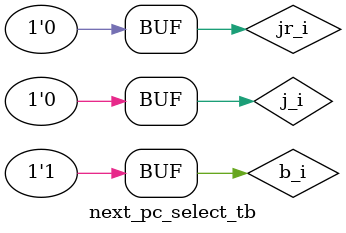
<source format=sv>
`timescale 1ns/1ns
module next_pc_select_tb;
		logic b_i;
		logic j_i;
		logic jr_i;
		logic [1:0] npc_o;
	
	next_pc_select dut(
		.b_i(b_i),
		.j_i(j_i),
		.jr_i(jr_i),
		.npc_o(npc_o)
	);

	initial begin
		#5;
		b_i <= 0;
		j_i <= 0;
		jr_i <= 1;
		
		#5;
		b_i <= 0;
		j_i <= 1;
		jr_i <= 0;
		
		#5;
		b_i <= 1;
		j_i <= 0;
		jr_i <= 0;
	end
endmodule

</source>
